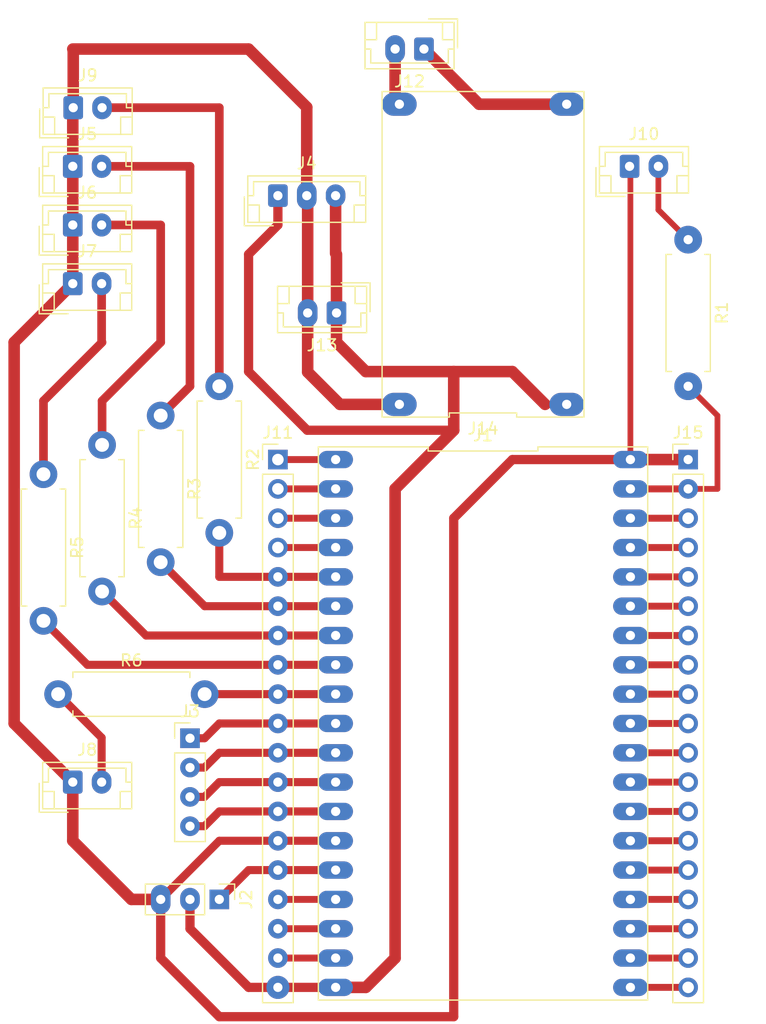
<source format=kicad_pcb>
(kicad_pcb (version 20211014) (generator pcbnew)
  (layers (0 "F.Cu" signal) (31 "B.Cu" signal) (34 "B.Paste" user) (35 "F.Paste" user) (36 "B.SilkS" user "B.Silkscreen") (37 "F.SilkS" user "F.Silkscreen") (38 "B.Mask" user) (39 "F.Mask" user) (44 "Edge.Cuts" user))
  (net 0 "")
  (net 1 "Net-(J1-Pad1)")
  (net 2 "Net-(J1-Pad2)")
  (net 3 "Net-(J1-Pad3)")
  (net 4 "Net-(J1-Pad4)")
  (net 5 "Net-(J1-Pad5)")
  (net 6 "Net-(J1-Pad6)")
  (net 7 "Net-(J1-Pad7)")
  (net 8 "Net-(J1-Pad8)")
  (net 9 "Net-(J1-Pad9)")
  (net 10 "Net-(J1-Pad10)")
  (net 11 "Net-(J1-Pad11)")
  (net 12 "Net-(J1-Pad12)")
  (net 13 "Net-(J1-Pad13)")
  (net 14 "Net-(J1-Pad14)")
  (net 15 "Net-(J1-Pad15)")
  (net 16 "Net-(J1-Pad16)")
  (net 17 "Net-(J1-Pad17)")
  (net 18 "Net-(J1-Pad18)")
  (net 19 "Net-(J1-Pad19)")
  (net 20 "Net-(J1-Pad20)")
  (net 21 "Net-(J1-Pad21)")
  (net 22 "Net-(J1-Pad22)")
  (net 23 "Net-(J1-Pad23)")
  (net 24 "Net-(J1-Pad24)")
  (net 25 "Net-(J1-Pad25)")
  (net 26 "Net-(J1-Pad26)")
  (net 27 "Net-(J1-Pad27)")
  (net 28 "Net-(J1-Pad28)")
  (net 29 "Net-(J1-Pad29)")
  (net 30 "Net-(J1-Pad30)")
  (net 31 "Net-(J1-Pad31)")
  (net 32 "Net-(J1-Pad32)")
  (net 33 "Net-(J1-Pad33)")
  (net 34 "Net-(J1-Pad34)")
  (net 35 "Net-(J1-Pad35)")
  (net 36 "Net-(J1-Pad36)")
  (net 37 "Net-(J1-Pad37)")
  (net 38 "Net-(J5-Pad2)")
  (net 39 "Net-(J6-Pad2)")
  (net 40 "Net-(J7-Pad2)")
  (net 41 "Net-(J8-Pad2)")
  (net 42 "Net-(J9-Pad2)")
  (net 43 "Net-(J10-Pad2)")
  (net 44 "Net-(J14-Pad2)")
  (net 45 "Net-(J14-Pad3)")
  (footprint "Connector_JST:JST_EH_B2B-EH-A_1x02_P2.50mm_Vertical" (layer "F.Cu") (at 114.3 91.44)
    (fp_text reference "J8" (at 1.25 -2.8) (layer "F.SilkS"))
    (fp_text value "Conn_01x02_Male")
    (fp_line (start -2.91 0.11) (end -2.91 2.61) (layer "F.SilkS") (width 0.12))
    (fp_line (start -2.11 0) (end -2.11 -1.21) (layer "F.SilkS") (width 0.12))
    (fp_line (start 5.11 -1.71) (end -2.61 -1.71) (layer "F.SilkS") (width 0.12))
    (fp_line (start 4.61 0) (end 5.11 0) (layer "F.SilkS") (width 0.12))
    (fp_line (start 5.11 2.31) (end 5.11 -1.71) (layer "F.SilkS") (width 0.12))
    (fp_line (start -2.61 2.31) (end 5.11 2.31) (layer "F.SilkS") (width 0.12))
    (fp_line (start 4.61 -1.21) (end 4.61 0) (layer "F.SilkS") (width 0.12))
    (fp_line (start -2.91 2.61) (end -0.41 2.61) (layer "F.SilkS") (width 0.12))
    (fp_line (start 5.11 0.81) (end 4.11 0.81) (layer "F.SilkS") (width 0.12))
    (fp_line (start -2.61 0) (end -2.11 0) (layer "F.SilkS") (width 0.12))
    (fp_line (start -2.61 0.81) (end -1.61 0.81) (layer "F.SilkS") (width 0.12))
    (fp_line (start 4.11 0.81) (end 4.11 2.31) (layer "F.SilkS") (width 0.12))
    (fp_line (start -1.61 0.81) (end -1.61 2.31) (layer "F.SilkS") (width 0.12))
    (fp_line (start -2.61 -1.71) (end -2.61 2.31) (layer "F.SilkS") (width 0.12))
    (fp_line (start -2.11 -1.21) (end 4.61 -1.21) (layer "F.SilkS") (width 0.12))
    (pad "1" thru_hole roundrect (at 0 0) (size 1.7 2) (drill 0.8) (layers *.Cu *.Mask) (roundrect_rratio 0.1470588235) (net 14 "Net-(J1-Pad14)"))
    (pad "2" thru_hole oval (at 2.5 0) (size 1.7 2) (drill 0.8) (layers *.Cu *.Mask) (net 41 "Net-(J8-Pad2)"))
  )
  (footprint "Connector_JST:JST_EH_B2B-EH-A_1x02_P2.50mm_Vertical" (layer "F.Cu") (at 144.74 27.94 180)
    (fp_text reference "J12" (at 1.25 -2.8) (layer "F.SilkS"))
    (fp_text value "Napájení")
    (fp_line (start -2.61 -1.71) (end -2.61 2.31) (layer "F.SilkS") (width 0.12))
    (fp_line (start 4.61 0) (end 5.11 0) (layer "F.SilkS") (width 0.12))
    (fp_line (start -2.61 0) (end -2.11 0) (layer "F.SilkS") (width 0.12))
    (fp_line (start -1.61 0.81) (end -1.61 2.31) (layer "F.SilkS") (width 0.12))
    (fp_line (start 5.11 2.31) (end 5.11 -1.71) (layer "F.SilkS") (width 0.12))
    (fp_line (start 5.11 0.81) (end 4.11 0.81) (layer "F.SilkS") (width 0.12))
    (fp_line (start -2.91 2.61) (end -0.41 2.61) (layer "F.SilkS") (width 0.12))
    (fp_line (start 5.11 -1.71) (end -2.61 -1.71) (layer "F.SilkS") (width 0.12))
    (fp_line (start 4.11 0.81) (end 4.11 2.31) (layer "F.SilkS") (width 0.12))
    (fp_line (start -2.91 0.11) (end -2.91 2.61) (layer "F.SilkS") (width 0.12))
    (fp_line (start -2.61 0.81) (end -1.61 0.81) (layer "F.SilkS") (width 0.12))
    (fp_line (start 4.61 -1.21) (end 4.61 0) (layer "F.SilkS") (width 0.12))
    (fp_line (start -2.11 0) (end -2.11 -1.21) (layer "F.SilkS") (width 0.12))
    (fp_line (start -2.11 -1.21) (end 4.61 -1.21) (layer "F.SilkS") (width 0.12))
    (fp_line (start -2.61 2.31) (end 5.11 2.31) (layer "F.SilkS") (width 0.12))
    (pad "1" thru_hole roundrect (at 0 0 180) (size 1.7 2) (drill 0.8) (layers *.Cu *.Mask) (roundrect_rratio 0.1470588235) (net 44 "Net-(J14-Pad2)"))
    (pad "2" thru_hole oval (at 2.5 0 180) (size 1.7 2.4) (drill 0.8) (layers *.Cu *.Mask) (net 45 "Net-(J14-Pad3)"))
  )
  (footprint "Resistor_THT:R_Axial_DIN0411_L9.9mm_D3.6mm_P12.70mm_Horizontal" (layer "F.Cu") (at 167.64 44.45 -90)
    (fp_text reference "R1" (at 6.35 -2.92 90) (layer "F.SilkS"))
    (fp_text value "R")
    (fp_line (start 11.42 -1.92) (end 11.42 -1.44) (layer "F.SilkS") (width 0.12))
    (fp_line (start 1.28 -1.92) (end 11.42 -1.92) (layer "F.SilkS") (width 0.12))
    (fp_line (start 1.28 1.92) (end 11.42 1.92) (layer "F.SilkS") (width 0.12))
    (fp_line (start 1.28 -1.44) (end 1.28 -1.92) (layer "F.SilkS") (width 0.12))
    (fp_line (start 11.42 1.92) (end 11.42 1.44) (layer "F.SilkS") (width 0.12))
    (fp_line (start 1.28 1.44) (end 1.28 1.92) (layer "F.SilkS") (width 0.12))
    (pad "1" thru_hole circle (at 0 0 270) (size 2.4 2.4) (drill 0.8) (layers *.Cu *.Mask) (net 43 "Net-(J10-Pad2)"))
    (pad "2" thru_hole oval (at 12.7 0 270) (size 2.4 2.4) (drill 0.8) (layers *.Cu *.Mask) (net 37 "Net-(J1-Pad37)"))
  )
  (footprint "Connector_JST:JST_EH_B2B-EH-A_1x02_P2.50mm_Vertical" (layer "F.Cu") (at 114.3 38.1)
    (fp_text reference "J5" (at 1.25 -2.8) (layer "F.SilkS"))
    (fp_text value "Conn_01x02_Male")
    (fp_line (start 5.11 -1.71) (end -2.61 -1.71) (layer "F.SilkS") (width 0.12))
    (fp_line (start 5.11 2.31) (end 5.11 -1.71) (layer "F.SilkS") (width 0.12))
    (fp_line (start 4.61 -1.21) (end 4.61 0) (layer "F.SilkS") (width 0.12))
    (fp_line (start 5.11 0.81) (end 4.11 0.81) (layer "F.SilkS") (width 0.12))
    (fp_line (start -2.91 2.61) (end -0.41 2.61) (layer "F.SilkS") (width 0.12))
    (fp_line (start -2.61 0) (end -2.11 0) (layer "F.SilkS") (width 0.12))
    (fp_line (start 4.61 0) (end 5.11 0) (layer "F.SilkS") (width 0.12))
    (fp_line (start -1.61 0.81) (end -1.61 2.31) (layer "F.SilkS") (width 0.12))
    (fp_line (start -2.61 -1.71) (end -2.61 2.31) (layer "F.SilkS") (width 0.12))
    (fp_line (start -2.61 0.81) (end -1.61 0.81) (layer "F.SilkS") (width 0.12))
    (fp_line (start -2.91 0.11) (end -2.91 2.61) (layer "F.SilkS") (width 0.12))
    (fp_line (start -2.11 -1.21) (end 4.61 -1.21) (layer "F.SilkS") (width 0.12))
    (fp_line (start 4.11 0.81) (end 4.11 2.31) (layer "F.SilkS") (width 0.12))
    (fp_line (start -2.11 0) (end -2.11 -1.21) (layer "F.SilkS") (width 0.12))
    (fp_line (start -2.61 2.31) (end 5.11 2.31) (layer "F.SilkS") (width 0.12))
    (pad "1" thru_hole roundrect (at 0 0) (size 1.7 2) (drill 0.8) (layers *.Cu *.Mask) (roundrect_rratio 0.1470588235) (net 14 "Net-(J1-Pad14)"))
    (pad "2" thru_hole oval (at 2.5 0) (size 1.7 2) (drill 0.8) (layers *.Cu *.Mask) (net 38 "Net-(J5-Pad2)"))
  )
  (footprint "LibraryPOskolak:ESP32" (layer "F.Cu") (at 149.86 86.36 -90)
    (fp_text reference "J1" (at -24.96 0) (layer "F.SilkS"))
    (fp_text value "Conn_02x19_Counter_Clockwise_Shielded")
    (fp_line (start -23.6 4.758333) (end -23.96 4.758333) (layer "F.SilkS") (width 0.12))
    (fp_line (start -23.96 -4.758333) (end -23.6 -4.758333) (layer "F.SilkS") (width 0.12))
    (fp_line (start -23.96 14.274999) (end 23.96 14.275) (layer "F.SilkS") (width 0.12))
    (fp_line (start -23.6 -4.758333) (end -23.6 4.758333) (layer "F.SilkS") (width 0.12))
    (fp_line (start -23.96 4.758333) (end -23.96 14.274999) (layer "F.SilkS") (width 0.12))
    (fp_line (start 23.96 -14.274999) (end -23.96 -14.275) (layer "F.SilkS") (width 0.12))
    (fp_line (start -23.96 -14.275) (end -23.96 -4.758333) (layer "F.SilkS") (width 0.12))
    (fp_line (start 23.96 14.275) (end 23.96 -14.274999) (layer "F.SilkS") (width 0.12))
    (pad "1" thru_hole oval (at -22.86 12.775 270) (size 1.5 3) (drill 0.8) (layers *.Cu *.Mask) (net 1 "Net-(J1-Pad1)"))
    (pad "2" thru_hole oval (at -20.32 12.775 270) (size 1.5 3) (drill 0.8) (layers *.Cu *.Mask) (net 2 "Net-(J1-Pad2)"))
    (pad "3" thru_hole oval (at -17.78 12.775 270) (size 1.5 3) (drill 0.8) (layers *.Cu *.Mask) (net 3 "Net-(J1-Pad3)"))
    (pad "4" thru_hole oval (at -15.24 12.775 270) (size 1.5 3) (drill 0.8) (layers *.Cu *.Mask) (net 4 "Net-(J1-Pad4)"))
    (pad "5" thru_hole oval (at -12.7 12.775 270) (size 1.5 3) (drill 0.8) (layers *.Cu *.Mask) (net 5 "Net-(J1-Pad5)"))
    (pad "6" thru_hole oval (at -10.16 12.775 270) (size 1.5 3) (drill 0.8) (layers *.Cu *.Mask) (net 6 "Net-(J1-Pad6)"))
    (pad "7" thru_hole oval (at -7.62 12.775 270) (size 1.5 3) (drill 0.8) (layers *.Cu *.Mask) (net 7 "Net-(J1-Pad7)"))
    (pad "8" thru_hole oval (at -5.08 12.775 270) (size 1.5 3) (drill 0.8) (layers *.Cu *.Mask) (net 8 "Net-(J1-Pad8)"))
    (pad "9" thru_hole oval (at -2.54 12.775 270) (size 1.5 3) (drill 0.8) (layers *.Cu *.Mask) (net 9 "Net-(J1-Pad9)"))
    (pad "10" thru_hole oval (at 0 12.775 270) (size 1.5 3) (drill 0.8) (layers *.Cu *.Mask) (net 10 "Net-(J1-Pad10)"))
    (pad "11" thru_hole oval (at 2.54 12.775 270) (size 1.5 3) (drill 0.8) (layers *.Cu *.Mask) (net 11 "Net-(J1-Pad11)"))
    (pad "12" thru_hole oval (at 5.08 12.775 270) (size 1.5 3) (drill 0.8) (layers *.Cu *.Mask) (net 12 "Net-(J1-Pad12)"))
    (pad "13" thru_hole oval (at 7.62 12.775 270) (size 1.5 3) (drill 0.8) (layers *.Cu *.Mask) (net 13 "Net-(J1-Pad13)"))
    (pad "14" thru_hole oval (at 10.16 12.775 270) (size 1.5 3) (drill 0.8) (layers *.Cu *.Mask) (net 14 "Net-(J1-Pad14)"))
    (pad "15" thru_hole oval (at 12.7 12.775 270) (size 1.5 3) (drill 0.8) (layers *.Cu *.Mask) (net 15 "Net-(J1-Pad15)"))
    (pad "16" thru_hole oval (at 15.24 12.775 270) (size 1.5 3) (drill 0.8) (layers *.Cu *.Mask) (net 16 "Net-(J1-Pad16)"))
    (pad "17" thru_hole oval (at 17.78 12.775 270) (size 1.5 3) (drill 0.8) (layers *.Cu *.Mask) (net 17 "Net-(J1-Pad17)"))
    (pad "18" thru_hole oval (at 20.32 12.775 270) (size 1.5 3) (drill 0.8) (layers *.Cu *.Mask) (net 18 "Net-(J1-Pad18)"))
    (pad "19" thru_hole oval (at 22.86 12.775 270) (size 1.5 3) (drill 0.8) (layers *.Cu *.Mask) (net 19 "Net-(J1-Pad19)"))
    (pad "20" thru_hole oval (at 22.86 -12.775 270) (size 1.5 3) (drill 0.8) (layers *.Cu *.Mask) (net 20 "Net-(J1-Pad20)"))
    (pad "21" thru_hole oval (at 20.32 -12.775 270) (size 1.5 3) (drill 0.8) (layers *.Cu *.Mask) (net 21 "Net-(J1-Pad21)"))
    (pad "22" thru_hole oval (at 17.78 -12.775 270) (size 1.5 3) (drill 0.8) (layers *.Cu *.Mask) (net 22 "Net-(J1-Pad22)"))
    (pad "23" thru_hole oval (at 15.24 -12.775 270) (size 1.5 3) (drill 0.8) (layers *.Cu *.Mask) (net 23 "Net-(J1-Pad23)"))
    (pad "24" thru_hole oval (at 12.7 -12.775 270) (size 1.5 3) (drill 0.8) (layers *.Cu *.Mask) (net 24 "Net-(J1-Pad24)"))
    (pad "25" thru_hole oval (at 10.16 -12.775 270) (size 1.5 3) (drill 0.8) (layers *.Cu *.Mask) (net 25 "Net-(J1-Pad25)"))
    (pad "26" thru_hole oval (at 7.62 -12.775 270) (size 1.5 3) (drill 0.8) (layers *.Cu *.Mask) (net 26 "Net-(J1-Pad26)"))
    (pad "27" thru_hole oval (at 5.08 -12.775 270) (size 1.5 3) (drill 0.8) (layers *.Cu *.Mask) (net 27 "Net-(J1-Pad27)"))
    (pad "28" thru_hole oval (at 2.54 -12.775 270) (size 1.5 3) (drill 0.8) (layers *.Cu *.Mask) (net 28 "Net-(J1-Pad28)"))
    (pad "29" thru_hole oval (at 0 -12.775 270) (size 1.5 3) (drill 0.8) (layers *.Cu *.Mask) (net 29 "Net-(J1-Pad29)"))
    (pad "30" thru_hole oval (at -2.54 -12.775 270) (size 1.5 3) (drill 0.8) (layers *.Cu *.Mask) (net 30 "Net-(J1-Pad30)"))
    (pad "31" thru_hole oval (at -5.08 -12.775 270) (size 1.5 3) (drill 0.8) (layers *.Cu *.Mask) (net 31 "Net-(J1-Pad31)"))
    (pad "32" thru_hole oval (at -7.62 -12.775 270) (size 1.5 3) (drill 0.8) (layers *.Cu *.Mask) (net 32 "Net-(J1-Pad32)"))
    (pad "33" thru_hole oval (at -10.16 -12.775 270) (size 1.5 3) (drill 0.8) (layers *.Cu *.Mask) (net 33 "Net-(J1-Pad33)"))
    (pad "34" thru_hole oval (at -12.7 -12.775 270) (size 1.5 3) (drill 0.8) (layers *.Cu *.Mask) (net 34 "Net-(J1-Pad34)"))
    (pad "35" thru_hole oval (at -15.24 -12.775 270) (size 1.5 3) (drill 0.8) (layers *.Cu *.Mask) (net 35 "Net-(J1-Pad35)"))
    (pad "36" thru_hole oval (at -17.78 -12.775 270) (size 1.5 3) (drill 0.8) (layers *.Cu *.Mask) (net 36 "Net-(J1-Pad36)"))
    (pad "37" thru_hole oval (at -20.32 -12.775 270) (size 1.5 3) (drill 0.8) (layers *.Cu *.Mask) (net 37 "Net-(J1-Pad37)"))
    (pad "38" thru_hole oval (at -22.86 -12.775 270) (size 1.5 3) (drill 0.8) (layers *.Cu *.Mask) (net 14 "Net-(J1-Pad14)"))
  )
  (footprint "Resistor_THT:R_Axial_DIN0411_L9.9mm_D3.6mm_P12.70mm_Horizontal" (layer "F.Cu") (at 113.03 83.82)
    (fp_text reference "R6" (at 6.35 -2.92) (layer "F.SilkS"))
    (fp_text value "R")
    (fp_line (start 1.28 -1.92) (end 11.42 -1.92) (layer "F.SilkS") (width 0.12))
    (fp_line (start 11.42 1.92) (end 11.42 1.44) (layer "F.SilkS") (width 0.12))
    (fp_line (start 1.28 1.44) (end 1.28 1.92) (layer "F.SilkS") (width 0.12))
    (fp_line (start 11.42 -1.92) (end 11.42 -1.44) (layer "F.SilkS") (width 0.12))
    (fp_line (start 1.28 -1.44) (end 1.28 -1.92) (layer "F.SilkS") (width 0.12))
    (fp_line (start 1.28 1.92) (end 11.42 1.92) (layer "F.SilkS") (width 0.12))
    (pad "1" thru_hole circle (at 0 0) (size 2.4 2.4) (drill 1.2) (layers *.Cu *.Mask) (net 41 "Net-(J8-Pad2)"))
    (pad "2" thru_hole oval (at 12.7 0) (size 2.4 2.4) (drill 1.2) (layers *.Cu *.Mask) (net 9 "Net-(J1-Pad9)"))
  )
  (footprint "Connector_PinHeader_2.54mm:PinHeader_1x19_P2.54mm_Vertical" (layer "F.Cu") (at 167.64 63.5)
    (fp_text reference "J15" (at 0 -2.33) (layer "F.SilkS"))
    (fp_text value "Conn_01x19_Male")
    (fp_line (start -1.33 1.27) (end 1.33 1.27) (layer "F.SilkS") (width 0.12))
    (fp_line (start -1.33 -1.33) (end 0 -1.33) (layer "F.SilkS") (width 0.12))
    (fp_line (start -1.33 0) (end -1.33 -1.33) (layer "F.SilkS") (width 0.12))
    (fp_line (start -1.33 1.27) (end -1.33 47.05) (layer "F.SilkS") (width 0.12))
    (fp_line (start -1.33 47.05) (end 1.33 47.05) (layer "F.SilkS") (width 0.12))
    (fp_line (start 1.33 1.27) (end 1.33 47.05) (layer "F.SilkS") (width 0.12))
    (pad "1" thru_hole rect (at 0 0) (size 1.7 1.7) (drill 0.8) (layers *.Cu *.Mask) (net 14 "Net-(J1-Pad14)"))
    (pad "2" thru_hole oval (at 0 2.54) (size 1.7 1.7) (drill 0.8) (layers *.Cu *.Mask) (net 37 "Net-(J1-Pad37)"))
    (pad "3" thru_hole oval (at 0 5.08) (size 1.7 1.7) (drill 1) (layers *.Cu *.Mask) (net 36 "Net-(J1-Pad36)"))
    (pad "4" thru_hole oval (at 0 7.62) (size 1.7 1.7) (drill 1) (layers *.Cu *.Mask) (net 35 "Net-(J1-Pad35)"))
    (pad "5" thru_hole oval (at 0 10.16) (size 1.7 1.7) (drill 1) (layers *.Cu *.Mask) (net 34 "Net-(J1-Pad34)"))
    (pad "6" thru_hole oval (at 0 12.7) (size 1.7 1.7) (drill 1) (layers *.Cu *.Mask) (net 33 "Net-(J1-Pad33)"))
    (pad "7" thru_hole oval (at 0 15.24) (size 1.7 1.7) (drill 1) (layers *.Cu *.Mask) (net 32 "Net-(J1-Pad32)"))
    (pad "8" thru_hole oval (at 0 17.78) (size 1.7 1.7) (drill 1) (layers *.Cu *.Mask) (net 31 "Net-(J1-Pad31)"))
    (pad "9" thru_hole oval (at 0 20.32) (size 1.7 1.7) (drill 1) (layers *.Cu *.Mask) (net 30 "Net-(J1-Pad30)"))
    (pad "10" thru_hole oval (at 0 22.86) (size 1.7 1.7) (drill 1) (layers *.Cu *.Mask) (net 29 "Net-(J1-Pad29)"))
    (pad "11" thru_hole oval (at 0 25.4) (size 1.7 1.7) (drill 1) (layers *.Cu *.Mask) (net 28 "Net-(J1-Pad28)"))
    (pad "12" thru_hole oval (at 0 27.94) (size 1.7 1.7) (drill 1) (layers *.Cu *.Mask) (net 27 "Net-(J1-Pad27)"))
    (pad "13" thru_hole oval (at 0 30.48) (size 1.7 1.7) (drill 1) (layers *.Cu *.Mask) (net 26 "Net-(J1-Pad26)"))
    (pad "14" thru_hole oval (at 0 33.02) (size 1.7 1.7) (drill 1) (layers *.Cu *.Mask) (net 25 "Net-(J1-Pad25)"))
    (pad "15" thru_hole oval (at 0 35.56) (size 1.7 1.7) (drill 1) (layers *.Cu *.Mask) (net 24 "Net-(J1-Pad24)"))
    (pad "16" thru_hole oval (at 0 38.1) (size 1.7 1.7) (drill 1) (layers *.Cu *.Mask) (net 23 "Net-(J1-Pad23)"))
    (pad "17" thru_hole oval (at 0 40.64) (size 1.7 1.7) (drill 1) (layers *.Cu *.Mask) (net 22 "Net-(J1-Pad22)"))
    (pad "18" thru_hole oval (at 0 43.18) (size 1.7 1.7) (drill 1) (layers *.Cu *.Mask) (net 21 "Net-(J1-Pad21)"))
    (pad "19" thru_hole oval (at 0 45.72) (size 1.7 1.7) (drill 1) (layers *.Cu *.Mask) (net 20 "Net-(J1-Pad20)"))
  )
  (footprint "Connector_PinHeader_2.54mm:PinHeader_1x03_P2.54mm_Vertical" (layer "F.Cu") (at 127 101.6 -90)
    (fp_text reference "J2" (at 0 -2.33 90) (layer "F.SilkS"))
    (fp_text value "Servo predni kola")
    (fp_line (start -1.33 6.41) (end 1.33 6.41) (layer "F.SilkS") (width 0.12))
    (fp_line (start -1.33 1.27) (end -1.33 6.41) (layer "F.SilkS") (width 0.12))
    (fp_line (start 1.33 1.27) (end 1.33 6.41) (layer "F.SilkS") (width 0.12))
    (fp_line (start -1.33 -1.33) (end 0 -1.33) (layer "F.SilkS") (width 0.12))
    (fp_line (start -1.33 1.27) (end 1.33 1.27) (layer "F.SilkS") (width 0.12))
    (fp_line (start -1.33 0) (end -1.33 -1.33) (layer "F.SilkS") (width 0.12))
    (pad "1" thru_hole rect (at 0 0 270) (size 1.7 1.7) (drill 0.8) (layers *.Cu *.Mask) (net 15 "Net-(J1-Pad15)"))
    (pad "2" thru_hole oval (at 0 2.54 270) (size 2 1.7) (drill 0.8) (layers *.Cu *.Mask) (net 19 "Net-(J1-Pad19)"))
    (pad "3" thru_hole oval (at 0 5.08 270) (size 2.5 1.7) (drill oval 0.8) (layers *.Cu *.Mask) (net 14 "Net-(J1-Pad14)"))
  )
  (footprint "Connector_JST:JST_EH_B2B-EH-A_1x02_P2.50mm_Vertical" (layer "F.Cu") (at 162.56 38.1)
    (fp_text reference "J10" (at 1.25 -2.8) (layer "F.SilkS"))
    (fp_text value "Conn_01x02_Male")
    (fp_line (start -2.91 0.11) (end -2.91 2.61) (layer "F.SilkS") (width 0.12))
    (fp_line (start 5.11 2.31) (end 5.11 -1.71) (layer "F.SilkS") (width 0.12))
    (fp_line (start 5.11 0.81) (end 4.11 0.81) (layer "F.SilkS") (width 0.12))
    (fp_line (start -2.61 0) (end -2.11 0) (layer "F.SilkS") (width 0.12))
    (fp_line (start 4.61 0) (end 5.11 0) (layer "F.SilkS") (width 0.12))
    (fp_line (start -2.91 2.61) (end -0.41 2.61) (layer "F.SilkS") (width 0.12))
    (fp_line (start 4.11 0.81) (end 4.11 2.31) (layer "F.SilkS") (width 0.12))
    (fp_line (start -2.11 0) (end -2.11 -1.21) (layer "F.SilkS") (width 0.12))
    (fp_line (start 4.61 -1.21) (end 4.61 0) (layer "F.SilkS") (width 0.12))
    (fp_line (start -2.61 2.31) (end 5.11 2.31) (layer "F.SilkS") (width 0.12))
    (fp_line (start -2.61 -1.71) (end -2.61 2.31) (layer "F.SilkS") (width 0.12))
    (fp_line (start -2.61 0.81) (end -1.61 0.81) (layer "F.SilkS") (width 0.12))
    (fp_line (start -2.11 -1.21) (end 4.61 -1.21) (layer "F.SilkS") (width 0.12))
    (fp_line (start -1.61 0.81) (end -1.61 2.31) (layer "F.SilkS") (width 0.12))
    (fp_line (start 5.11 -1.71) (end -2.61 -1.71) (layer "F.SilkS") (width 0.12))
    (pad "1" thru_hole roundrect (at 0 0) (size 1.7 2) (drill 0.8) (layers *.Cu *.Mask) (roundrect_rratio 0.1470588235) (net 14 "Net-(J1-Pad14)"))
    (pad "2" thru_hole oval (at 2.5 0) (size 1.7 2) (drill 0.8) (layers *.Cu *.Mask) (net 43 "Net-(J10-Pad2)"))
  )
  (footprint "Resistor_THT:R_Axial_DIN0411_L9.9mm_D3.6mm_P12.70mm_Horizontal" (layer "F.Cu") (at 127 57.15 -90)
    (fp_text reference "R2" (at 6.35 -2.92 90) (layer "F.SilkS"))
    (fp_text value "R")
    (fp_line (start 1.28 -1.44) (end 1.28 -1.92) (layer "F.SilkS") (width 0.12))
    (fp_line (start 1.28 1.92) (end 11.42 1.92) (layer "F.SilkS") (width 0.12))
    (fp_line (start 1.28 -1.92) (end 11.42 -1.92) (layer "F.SilkS") (width 0.12))
    (fp_line (start 1.28 1.44) (end 1.28 1.92) (layer "F.SilkS") (width 0.12))
    (fp_line (start 11.42 -1.92) (end 11.42 -1.44) (layer "F.SilkS") (width 0.12))
    (fp_line (start 11.42 1.92) (end 11.42 1.44) (layer "F.SilkS") (width 0.12))
    (pad "1" thru_hole circle (at 0 0 270) (size 2.4 2.4) (drill 1.2) (layers *.Cu *.Mask) (net 42 "Net-(J9-Pad2)"))
    (pad "2" thru_hole oval (at 12.7 0 270) (size 2.4 2.4) (drill 1.2) (layers *.Cu *.Mask) (net 5 "Net-(J1-Pad5)"))
  )
  (footprint "Connector_JST:JST_EH_B3B-EH-A_1x03_P2.50mm_Vertical" (layer "F.Cu") (at 132.08 40.64)
    (fp_text reference "J4" (at 2.5 -2.8) (layer "F.SilkS"))
    (fp_text value "Conn_01x03_Male")
    (fp_line (start -2.91 2.61) (end -0.41 2.61) (layer "F.SilkS") (width 0.12))
    (fp_line (start 7.61 2.31) (end 7.61 -1.71) (layer "F.SilkS") (width 0.12))
    (fp_line (start 6.61 0.81) (end 6.61 2.31) (layer "F.SilkS") (width 0.12))
    (fp_line (start 7.11 -1.21) (end 7.11 0) (layer "F.SilkS") (width 0.12))
    (fp_line (start -2.61 2.31) (end 7.61 2.31) (layer "F.SilkS") (width 0.12))
    (fp_line (start -2.61 -1.71) (end -2.61 2.31) (layer "F.SilkS") (width 0.12))
    (fp_line (start 7.61 0.81) (end 6.61 0.81) (layer "F.SilkS") (width 0.12))
    (fp_line (start -2.61 0) (end -2.11 0) (layer "F.SilkS") (width 0.12))
    (fp_line (start 7.61 -1.71) (end -2.61 -1.71) (layer "F.SilkS") (width 0.12))
    (fp_line (start -2.61 0.81) (end -1.61 0.81) (layer "F.SilkS") (width 0.12))
    (fp_line (start -2.11 -1.21) (end 7.11 -1.21) (layer "F.SilkS") (width 0.12))
    (fp_line (start -2.91 0.11) (end -2.91 2.61) (layer "F.SilkS") (width 0.12))
    (fp_line (start -2.11 0) (end -2.11 -1.21) (layer "F.SilkS") (width 0.12))
    (fp_line (start 7.11 0) (end 7.61 0) (layer "F.SilkS") (width 0.12))
    (fp_line (start -1.61 0.81) (end -1.61 2.31) (layer "F.SilkS") (width 0.12))
    (pad "1" thru_hole roundrect (at 0 0) (size 1.7 1.95) (drill 0.8) (layers *.Cu *.Mask) (roundrect_rratio 0.1470588235) (net 19 "Net-(J1-Pad19)"))
    (pad "2" thru_hole oval (at 2.5 0) (size 1.7 2.4) (drill 0.8) (layers *.Cu *.Mask) (net 14 "Net-(J1-Pad14)"))
    (pad "3" thru_hole oval (at 5 0) (size 1.7 1.95) (drill 0.8) (layers *.Cu *.Mask) (net 19 "Net-(J1-Pad19)"))
  )
  (footprint "Resistor_THT:R_Axial_DIN0411_L9.9mm_D3.6mm_P12.70mm_Horizontal" (layer "F.Cu") (at 116.84 62.23 -90)
    (fp_text reference "R4" (at 6.35 -2.92 90) (layer "F.SilkS"))
    (fp_text value "R")
    (fp_line (start 11.42 1.92) (end 11.42 1.44) (layer "F.SilkS") (width 0.12))
    (fp_line (start 1.28 -1.92) (end 11.42 -1.92) (layer "F.SilkS") (width 0.12))
    (fp_line (start 1.28 -1.44) (end 1.28 -1.92) (layer "F.SilkS") (width 0.12))
    (fp_line (start 11.42 -1.92) (end 11.42 -1.44) (layer "F.SilkS") (width 0.12))
    (fp_line (start 1.28 1.92) (end 11.42 1.92) (layer "F.SilkS") (width 0.12))
    (fp_line (start 1.28 1.44) (end 1.28 1.92) (layer "F.SilkS") (width 0.12))
    (pad "1" thru_hole circle (at 0 0 270) (size 2.4 2.4) (drill 1.2) (layers *.Cu *.Mask) (net 39 "Net-(J6-Pad2)"))
    (pad "2" thru_hole oval (at 12.7 0 270) (size 2.4 2.4) (drill 1.2) (layers *.Cu *.Mask) (net 7 "Net-(J1-Pad7)"))
  )
  (footprint "Connector_PinHeader_2.54mm:PinHeader_1x19_P2.54mm_Vertical" (layer "F.Cu") (at 132.08 63.5)
    (fp_text reference "J11" (at 0 -2.33) (layer "F.SilkS"))
    (fp_text value "Conn_01x19_Male")
    (fp_line (start -1.33 -1.33) (end 0 -1.33) (layer "F.SilkS") (width 0.12))
    (fp_line (start -1.33 0) (end -1.33 -1.33) (layer "F.SilkS") (width 0.12))
    (fp_line (start -1.33 1.27) (end -1.33 47.05) (layer "F.SilkS") (width 0.12))
    (fp_line (start -1.33 47.05) (end 1.33 47.05) (layer "F.SilkS") (width 0.12))
    (fp_line (start 1.33 1.27) (end 1.33 47.05) (layer "F.SilkS") (width 0.12))
    (fp_line (start -1.33 1.27) (end 1.33 1.27) (layer "F.SilkS") (width 0.12))
    (pad "1" thru_hole rect (at 0 0) (size 1.7 1.7) (drill 1) (layers *.Cu *.Mask) (net 1 "Net-(J1-Pad1)"))
    (pad "2" thru_hole oval (at 0 2.54) (size 1.7 1.7) (drill 1) (layers *.Cu *.Mask) (net 2 "Net-(J1-Pad2)"))
    (pad "3" thru_hole oval (at 0 5.08) (size 1.7 1.7) (drill 1) (layers *.Cu *.Mask) (net 3 "Net-(J1-Pad3)"))
    (pad "4" thru_hole oval (at 0 7.62) (size 1.7 1.7) (drill 1) (layers *.Cu *.Mask) (net 4 "Net-(J1-Pad4)"))
    (pad "5" thru_hole oval (at 0 10.16) (size 1.7 1.7) (drill 0.8) (layers *.Cu *.Mask) (net 5 "Net-(J1-Pad5)"))
    (pad "6" thru_hole oval (at 0 12.7) (size 1.7 1.7) (drill 0.8) (layers *.Cu *.Mask) (net 6 "Net-(J1-Pad6)"))
    (pad "7" thru_hole oval (at 0 15.24) (size 1.7 1.7) (drill 0.8) (layers *.Cu *.Mask) (net 7 "Net-(J1-Pad7)"))
    (pad "8" thru_hole oval (at 0 17.78) (size 1.7 1.7) (drill 0.8) (layers *.Cu *.Mask) (net 8 "Net-(J1-Pad8)"))
    (pad "9" thru_hole oval (at 0 20.32) (size 1.7 1.7) (drill 0.8) (layers *.Cu *.Mask) (net 9 "Net-(J1-Pad9)"))
    (pad "10" thru_hole oval (at 0 22.86) (size 1.7 1.7) (drill 0.8) (layers *.Cu *.Mask) (net 10 "Net-(J1-Pad10)"))
    (pad "11" thru_hole oval (at 0 25.4) (size 1.7 1.7) (drill 0.8) (layers *.Cu *.Mask) (net 11 "Net-(J1-Pad11)"))
    (pad "12" thru_hole oval (at 0 27.94) (size 1.7 1.7) (drill 0.8) (layers *.Cu *.Mask) (net 12 "Net-(J1-Pad12)"))
    (pad "13" thru_hole oval (at 0 30.48) (size 1.7 1.7) (drill 0.8) (layers *.Cu *.Mask) (net 13 "Net-(J1-Pad13)"))
    (pad "14" thru_hole oval (at 0 33.02) (size 1.7 1.7) (drill 0.8) (layers *.Cu *.Mask) (net 14 "Net-(J1-Pad14)"))
    (pad "15" thru_hole oval (at 0 35.56) (size 1.7 1.7) (drill 0.8) (layers *.Cu *.Mask) (net 15 "Net-(J1-Pad15)"))
    (pad "16" thru_hole oval (at 0 38.1) (size 1.7 1.7) (drill 0.8) (layers *.Cu *.Mask) (net 16 "Net-(J1-Pad16)"))
    (pad "17" thru_hole oval (at 0 40.64) (size 1.7 1.7) (drill 0.8) (layers *.Cu *.Mask) (net 17 "Net-(J1-Pad17)"))
    (pad "18" thru_hole oval (at 0 43.18) (size 1.7 1.7) (drill 0.8) (layers *.Cu *.Mask) (net 18 "Net-(J1-Pad18)"))
    (pad "19" thru_hole oval (at 0 45.72) (size 2 2) (drill 0.8) (layers *.Cu *.Mask) (net 19 "Net-(J1-Pad19)"))
  )
  (footprint "Connector_JST:JST_EH_B2B-EH-A_1x02_P2.50mm_Vertical" (layer "F.Cu") (at 114.3 43.18)
    (fp_text reference "J6" (at 1.25 -2.8) (layer "F.SilkS"))
    (fp_text value "Conn_01x02_Male")
    (fp_line (start 5.11 -1.71) (end -2.61 -1.71) (layer "F.SilkS") (width 0.12))
    (fp_line (start -2.61 2.31) (end 5.11 2.31) (layer "F.SilkS") (width 0.12))
    (fp_line (start -2.11 -1.21) (end 4.61 -1.21) (layer "F.SilkS") (width 0.12))
    (fp_line (start -2.11 0) (end -2.11 -1.21) (layer "F.SilkS") (width 0.12))
    (fp_line (start 5.11 0.81) (end 4.11 0.81) (layer "F.SilkS") (width 0.12))
    (fp_line (start 4.61 -1.21) (end 4.61 0) (layer "F.SilkS") (width 0.12))
    (fp_line (start -2.61 -1.71) (end -2.61 2.31) (layer "F.SilkS") (width 0.12))
    (fp_line (start -2.91 2.61) (end -0.41 2.61) (layer "F.SilkS") (width 0.12))
    (fp_line (start -2.91 0.11) (end -2.91 2.61) (layer "F.SilkS") (width 0.12))
    (fp_line (start -2.61 0) (end -2.11 0) (layer "F.SilkS") (width 0.12))
    (fp_line (start -1.61 0.81) (end -1.61 2.31) (layer "F.SilkS") (width 0.12))
    (fp_line (start -2.61 0.81) (end -1.61 0.81) (layer "F.SilkS") (width 0.12))
    (fp_line (start 5.11 2.31) (end 5.11 -1.71) (layer "F.SilkS") (width 0.12))
    (fp_line (start 4.11 0.81) (end 4.11 2.31) (layer "F.SilkS") (width 0.12))
    (fp_line (start 4.61 0) (end 5.11 0) (layer "F.SilkS") (width 0.12))
    (pad "1" thru_hole roundrect (at 0 0) (size 1.7 2) (drill 0.8) (layers *.Cu *.Mask) (roundrect_rratio 0.1470588235) (net 14 "Net-(J1-Pad14)"))
    (pad "2" thru_hole oval (at 2.5 0) (size 1.7 2) (drill 0.8) (layers *.Cu *.Mask) (net 39 "Net-(J6-Pad2)"))
  )
  (footprint "Connector_JST:JST_EH_B2B-EH-A_1x02_P2.50mm_Vertical" (layer "F.Cu") (at 137.16 50.8 180)
    (fp_text reference "J13" (at 1.25 -2.8) (layer "F.SilkS"))
    (fp_text value "stbilizované napájení")
    (fp_line (start -2.61 2.31) (end 5.11 2.31) (layer "F.SilkS") (width 0.12))
    (fp_line (start 4.11 0.81) (end 4.11 2.31) (layer "F.SilkS") (width 0.12))
    (fp_line (start -2.91 2.61) (end -0.41 2.61) (layer "F.SilkS") (width 0.12))
    (fp_line (start -2.11 0) (end -2.11 -1.21) (layer "F.SilkS") (width 0.12))
    (fp_line (start 4.61 -1.21) (end 4.61 0) (layer "F.SilkS") (width 0.12))
    (fp_line (start 4.61 0) (end 5.11 0) (layer "F.SilkS") (width 0.12))
    (fp_line (start -2.61 0) (end -2.11 0) (layer "F.SilkS") (width 0.12))
    (fp_line (start -2.61 -1.71) (end -2.61 2.31) (layer "F.SilkS") (width 0.12))
    (fp_line (start -1.61 0.81) (end -1.61 2.31) (layer "F.SilkS") (width 0.12))
    (fp_line (start 5.11 2.31) (end 5.11 -1.71) (layer "F.SilkS") (width 0.12))
    (fp_line (start 5.11 0.81) (end 4.11 0.81) (layer "F.SilkS") (width 0.12))
    (fp_line (start -2.61 0.81) (end -1.61 0.81) (layer "F.SilkS") (width 0.12))
    (fp_line (start -2.11 -1.21) (end 4.61 -1.21) (layer "F.SilkS") (width 0.12))
    (fp_line (start -2.91 0.11) (end -2.91 2.61) (layer "F.SilkS") (width 0.12))
    (fp_line (start 5.11 -1.71) (end -2.61 -1.71) (layer "F.SilkS") (width 0.12))
    (pad "1" thru_hole roundrect (at 0 0 180) (size 1.7 2) (drill 0.8) (layers *.Cu *.Mask) (roundrect_rratio 0.1470588235) (net 19 "Net-(J1-Pad19)"))
    (pad "2" thru_hole oval (at 2.5 0 180) (size 1.7 2.4) (drill 0.8) (layers *.Cu *.Mask) (net 14 "Net-(J1-Pad14)"))
  )
  (footprint "Connector_JST:JST_EH_B2B-EH-A_1x02_P2.50mm_Vertical" (layer "F.Cu") (at 114.3 48.26)
    (fp_text reference "J7" (at 1.25 -2.8) (layer "F.SilkS"))
    (fp_text value "Conn_01x02_Male")
    (fp_line (start 4.61 0) (end 5.11 0) (layer "F.SilkS") (width 0.12))
    (fp_line (start -2.11 0) (end -2.11 -1.21) (layer "F.SilkS") (width 0.12))
    (fp_line (start -2.11 -1.21) (end 4.61 -1.21) (layer "F.SilkS") (width 0.12))
    (fp_line (start -2.61 -1.71) (end -2.61 2.31) (layer "F.SilkS") (width 0.12))
    (fp_line (start 5.11 -1.71) (end -2.61 -1.71) (layer "F.SilkS") (width 0.12))
    (fp_line (start -2.91 2.61) (end -0.41 2.61) (layer "F.SilkS") (width 0.12))
    (fp_line (start -2.61 0.81) (end -1.61 0.81) (layer "F.SilkS") (width 0.12))
    (fp_line (start 4.11 0.81) (end 4.11 2.31) (layer "F.SilkS") (width 0.12))
    (fp_line (start -2.91 0.11) (end -2.91 2.61) (layer "F.SilkS") (width 0.12))
    (fp_line (start 5.11 0.81) (end 4.11 0.81) (layer "F.SilkS") (width 0.12))
    (fp_line (start 4.61 -1.21) (end 4.61 0) (layer "F.SilkS") (width 0.12))
    (fp_line (start 5.11 2.31) (end 5.11 -1.71) (layer "F.SilkS") (width 0.12))
    (fp_line (start -1.61 0.81) (end -1.61 2.31) (layer "F.SilkS") (width 0.12))
    (fp_line (start -2.61 0) (end -2.11 0) (layer "F.SilkS") (width 0.12))
    (fp_line (start -2.61 2.31) (end 5.11 2.31) (layer "F.SilkS") (width 0.12))
    (pad "1" thru_hole roundrect (at 0 0) (size 1.7 2) (drill 0.8) (layers *.Cu *.Mask) (roundrect_rratio 0.1470588235) (net 14 "Net-(J1-Pad14)"))
    (pad "2" thru_hole oval (at 2.5 0) (size 1.7 2) (drill 0.8) (layers *.Cu *.Mask) (net 40 "Net-(J7-Pad2)"))
  )
  (footprint "Connector_PinHeader_2.54mm:PinHeader_1x04_P2.54mm_Vertical" (layer "F.Cu") (at 124.46 87.64)
    (fp_text reference "J3" (at 0 -2.33) (layer "F.SilkS"))
    (fp_text value "Conn_01x04_Male")
    (fp_line (start -1.33 8.95) (end 1.33 8.95) (layer "F.SilkS") (width 0.12))
    (fp_line (start -1.33 1.27) (end -1.33 8.95) (layer "F.SilkS") (width 0.12))
    (fp_line (start 1.33 1.27) (end 1.33 8.95) (layer "F.SilkS") (width 0.12))
    (fp_line (start -1.33 -1.33) (end 0 -1.33) (layer "F.SilkS") (width 0.12))
    (fp_line (start -1.33 1.27) (end 1.33 1.27) (layer "F.SilkS") (width 0.12))
    (fp_line (start -1.33 0) (end -1.33 -1.33) (layer "F.SilkS") (width 0.12))
    (pad "1" thru_hole rect (at 0 0) (size 1.7 1.7) (drill 0.8) (layers *.Cu *.Mask) (net 10 "Net-(J1-Pad10)"))
    (pad "2" thru_hole oval (at 0 2.54) (size 1.7 1.7) (drill 0.8) (layers *.Cu *.Mask) (net 11 "Net-(J1-Pad11)"))
    (pad "3" thru_hole oval (at 0 5.08) (size 1.7 1.7) (drill 0.8) (layers *.Cu *.Mask) (net 12 "Net-(J1-Pad12)"))
    (pad "4" thru_hole oval (at 0 7.62) (size 1.7 1.7) (drill 0.8) (layers *.Cu *.Mask) (net 13 "Net-(J1-Pad13)"))
  )
  (footprint "Resistor_THT:R_Axial_DIN0411_L9.9mm_D3.6mm_P12.70mm_Horizontal" (layer "F.Cu") (at 121.92 59.69 -90)
    (fp_text reference "R3" (at 6.35 -2.92 90) (layer "F.SilkS"))
    (fp_text value "R")
    (fp_line (start 1.28 1.92) (end 11.42 1.92) (layer "F.SilkS") (width 0.12))
    (fp_line (start 11.42 -1.92) (end 11.42 -1.44) (layer "F.SilkS") (width 0.12))
    (fp_line (start 11.42 1.92) (end 11.42 1.44) (layer "F.SilkS") (width 0.12))
    (fp_line (start 1.28 -1.44) (end 1.28 -1.92) (layer "F.SilkS") (width 0.12))
    (fp_line (start 1.28 -1.92) (end 11.42 -1.92) (layer "F.SilkS") (width 0.12))
    (fp_line (start 1.28 1.44) (end 1.28 1.92) (layer "F.SilkS") (width 0.12))
    (pad "1" thru_hole circle (at 0 0 270) (size 2.4 2.4) (drill 1.2) (layers *.Cu *.Mask) (net 38 "Net-(J5-Pad2)"))
    (pad "2" thru_hole oval (at 12.7 0 270) (size 2.4 2.4) (drill 1.2) (layers *.Cu *.Mask) (net 6 "Net-(J1-Pad6)"))
  )
  (footprint "Connector_JST:JST_EH_B2B-EH-A_1x02_P2.50mm_Vertical" (layer "F.Cu") (at 114.34 33.02)
    (fp_text reference "J9" (at 1.25 -2.8) (layer "F.SilkS"))
    (fp_text value "Conn_01x02_Male")
    (fp_line (start -2.61 0.81) (end -1.61 0.81) (layer "F.SilkS") (width 0.12))
    (fp_line (start 4.11 0.81) (end 4.11 2.31) (layer "F.SilkS") (width 0.12))
    (fp_line (start -2.91 2.61) (end -0.41 2.61) (layer "F.SilkS") (width 0.12))
    (fp_line (start -1.61 0.81) (end -1.61 2.31) (layer "F.SilkS") (width 0.12))
    (fp_line (start -2.11 0) (end -2.11 -1.21) (layer "F.SilkS") (width 0.12))
    (fp_line (start 5.11 2.31) (end 5.11 -1.71) (layer "F.SilkS") (width 0.12))
    (fp_line (start 4.61 -1.21) (end 4.61 0) (layer "F.SilkS") (width 0.12))
    (fp_line (start -2.61 2.31) (end 5.11 2.31) (layer "F.SilkS") (width 0.12))
    (fp_line (start 4.61 0) (end 5.11 0) (layer "F.SilkS") (width 0.12))
    (fp_line (start -2.11 -1.21) (end 4.61 -1.21) (layer "F.SilkS") (width 0.12))
    (fp_line (start 5.11 -1.71) (end -2.61 -1.71) (layer "F.SilkS") (width 0.12))
    (fp_line (start -2.61 -1.71) (end -2.61 2.31) (layer "F.SilkS") (width 0.12))
    (fp_line (start 5.11 0.81) (end 4.11 0.81) (layer "F.SilkS") (width 0.12))
    (fp_line (start -2.61 0) (end -2.11 0) (layer "F.SilkS") (width 0.12))
    (fp_line (start -2.91 0.11) (end -2.91 2.61) (layer "F.SilkS") (width 0.12))
    (pad "1" thru_hole roundrect (at 0 0) (size 1.7 2) (drill 0.8) (layers *.Cu *.Mask) (roundrect_rratio 0.1470588235) (net 14 "Net-(J1-Pad14)"))
    (pad "2" thru_hole oval (at 2.5 0) (size 1.7 2) (drill 0.8) (layers *.Cu *.Mask) (net 42 "Net-(J9-Pad2)"))
  )
  (footprint "LibraryPOskolak:StepUp" (layer "F.Cu") (at 149.86 45.72 90)
    (fp_text reference "J14" (at -15.1 0) (layer "F.SilkS"))
    (fp_text value "Stabilizator")
    (fp_line (start 14.1 8.75) (end 14.1 -8.75) (layer "F.SilkS") (width 0.12))
    (fp_line (start -14.1 8.75) (end 14.1 8.75) (layer "F.SilkS") (width 0.12))
    (fp_line (start 14.1 -8.75) (end -14.1 -8.75) (layer "F.SilkS") (width 0.12))
    (fp_line (start -13.74 -2.916666) (end -13.74 2.916666) (layer "F.SilkS") (width 0.12))
    (fp_line (start -14.1 -2.916666) (end -13.74 -2.916666) (layer "F.SilkS") (width 0.12))
    (fp_line (start -13.74 2.916666) (end -14.1 2.916666) (layer "F.SilkS") (width 0.12))
    (fp_line (start -14.1 -8.75) (end -14.1 -2.916666) (layer "F.SilkS") (width 0.12))
    (fp_line (start -14.1 2.916666) (end -14.1 8.75) (layer "F.SilkS") (width 0.12))
    (pad "1" thru_hole oval (at -13 7.25 90) (size 2 3) (drill 0.8) (layers *.Cu *.Mask) (net 19 "Net-(J1-Pad19)"))
    (pad "2" thru_hole oval (at 13 7.25 90) (size 2 3) (drill 0.8) (layers *.Cu *.Mask) (net 44 "Net-(J14-Pad2)"))
    (pad "3" thru_hole oval (at 13 -7.25 90) (size 2 3) (drill 0.8) (layers *.Cu *.Mask) (net 45 "Net-(J14-Pad3)"))
    (pad "4" thru_hole oval (at -13 -7.25 90) (size 2 3) (drill 0.8) (layers *.Cu *.Mask) (net 14 "Net-(J1-Pad14)"))
  )
  (footprint "Resistor_THT:R_Axial_DIN0411_L9.9mm_D3.6mm_P12.70mm_Horizontal" (layer "F.Cu") (at 111.76 64.77 -90)
    (fp_text reference "R5" (at 6.35 -2.92 90) (layer "F.SilkS"))
    (fp_text value "R")
    (fp_line (start 1.28 -1.44) (end 1.28 -1.92) (layer "F.SilkS") (width 0.12))
    (fp_line (start 11.42 -1.92) (end 11.42 -1.44) (layer "F.SilkS") (width 0.12))
    (fp_line (start 11.42 1.92) (end 11.42 1.44) (layer "F.SilkS") (width 0.12))
    (fp_line (start 1.28 1.44) (end 1.28 1.92) (layer "F.SilkS") (width 0.12))
    (fp_line (start 1.28 -1.92) (end 11.42 -1.92) (layer "F.SilkS") (width 0.12))
    (fp_line (start 1.28 1.92) (end 11.42 1.92) (layer "F.SilkS") (width 0.12))
    (pad "1" thru_hole circle (at 0 0 270) (size 2.4 2.4) (drill 1.2) (layers *.Cu *.Mask) (net 40 "Net-(J7-Pad2)"))
    (pad "2" thru_hole oval (at 12.7 0 270) (size 2.4 2.4) (drill 1.2) (layers *.Cu *.Mask) (net 8 "Net-(J1-Pad8)"))
  )
  (segment (start 132.08 63.5) (end 137.085 63.5) (width 0.6) (layer "F.Cu") (net 1))
  (segment (start 132.08 66.04) (end 137.085 66.04) (width 0.6) (layer "F.Cu") (net 2))
  (segment (start 132.08 68.58) (end 137.085 68.58) (width 0.6) (layer "F.Cu") (net 3))
  (segment (start 132.08 71.12) (end 137.085 71.12) (width 0.6) (layer "F.Cu") (net 4))
  (segment (start 127 73.66) (end 132.08 73.66) (width 0.7) (layer "F.Cu") (net 5))
  (segment (start 132.08 73.66) (end 137.16 73.66) (width 0.7) (layer "F.Cu") (net 5))
  (segment (start 127 69.85) (end 127 73.66) (width 0.7) (layer "F.Cu") (net 5))
  (segment (start 125.73 76.2) (end 132.08 76.2) (width 0.7) (layer "F.Cu") (net 6))
  (segment (start 121.92 72.39) (end 125.73 76.2) (width 0.7) (layer "F.Cu") (net 6))
  (segment (start 132.08 76.2) (end 137.085 76.2) (width 0.7) (layer "F.Cu") (net 6))
  (segment (start 116.84 74.93) (end 120.65 78.74) (width 0.7) (layer "F.Cu") (net 7))
  (segment (start 120.65 78.74) (end 132.08 78.74) (width 0.7) (layer "F.Cu") (net 7))
  (segment (start 132.08 78.74) (end 137.085 78.74) (width 0.7) (layer "F.Cu") (net 7))
  (segment (start 132.08 81.28) (end 137.085 81.28) (width 0.7) (layer "F.Cu") (net 8))
  (segment (start 115.57 81.28) (end 132.08 81.28) (width 0.7) (layer "F.Cu") (net 8))
  (segment (start 111.76 77.47) (end 115.57 81.28) (width 0.7) (layer "F.Cu") (net 8))
  (segment (start 132.08 83.82) (end 137.085 83.82) (width 0.7) (layer "F.Cu") (net 9))
  (segment (start 125.73 83.82) (end 132.08 83.82) (width 0.7) (layer "F.Cu") (net 9))
  (segment (start 124.46 87.64) (end 125.72 87.64) (width 0.7) (layer "F.Cu") (net 10))
  (segment (start 125.72 87.64) (end 127 86.36) (width 0.7) (layer "F.Cu") (net 10))
  (segment (start 132.08 86.36) (end 137.085 86.36) (width 0.7) (layer "F.Cu") (net 10))
  (segment (start 127 86.36) (end 132.08 86.36) (width 0.7) (layer "F.Cu") (net 10))
  (segment (start 132.08 88.9) (end 137.085 88.9) (width 0.7) (layer "F.Cu") (net 11))
  (segment (start 125.72 90.18) (end 127 88.9) (width 0.7) (layer "F.Cu") (net 11))
  (segment (start 127 88.9) (end 132.08 88.9) (width 0.7) (layer "F.Cu") (net 11))
  (segment (start 124.46 90.18) (end 125.72 90.18) (width 0.7) (layer "F.Cu") (net 11))
  (segment (start 124.46 92.72) (end 125.72 92.72) (width 0.7) (layer "F.Cu") (net 12))
  (segment (start 132.08 91.44) (end 137.085 91.44) (width 0.7) (layer "F.Cu") (net 12))
  (segment (start 125.72 92.72) (end 127 91.44) (width 0.7) (layer "F.Cu") (net 12))
  (segment (start 127 91.44) (end 132.08 91.44) (width 0.7) (layer "F.Cu") (net 12))
  (segment (start 125.72 95.26) (end 127 93.98) (width 0.7) (layer "F.Cu") (net 13))
  (segment (start 124.46 95.26) (end 125.72 95.26) (width 0.7) (layer "F.Cu") (net 13))
  (segment (start 132.08 93.98) (end 137.085 93.98) (width 0.7) (layer "F.Cu") (net 13))
  (segment (start 127 93.98) (end 132.08 93.98) (width 0.7) (layer "F.Cu") (net 13))
  (segment (start 147.32 111.76) (end 127 111.76) (width 0.8) (layer "F.Cu") (net 14))
  (segment (start 134.66 50.8) (end 134.66 55.92) (width 1) (layer "F.Cu") (net 14))
  (segment (start 132.08 96.52) (end 127 96.52) (width 0.7) (layer "F.Cu") (net 14))
  (segment (start 127 111.76) (end 121.92 106.68) (width 0.8) (layer "F.Cu") (net 14))
  (segment (start 134.66 40.72) (end 134.58 40.64) (width 1) (layer "F.Cu") (net 14))
  (segment (start 147.32 111.76) (end 147.32 68.58) (width 0.8) (layer "F.Cu") (net 14))
  (segment (start 132.08 96.52) (end 137.085 96.52) (width 0.7) (layer "F.Cu") (net 14))
  (segment (start 114.3 27.94) (end 129.54 27.94) (width 1) (layer "F.Cu") (net 14))
  (segment (start 127 96.52) (end 121.92 101.6) (width 0.7) (layer "F.Cu") (net 14))
  (segment (start 114.3 48.26) (end 114.3 33.02) (width 1) (layer "F.Cu") (net 14))
  (segment (start 129.54 27.94) (end 134.58 32.98) (width 1) (layer "F.Cu") (net 14))
  (segment (start 121.92 106.68) (end 121.92 101.6) (width 0.8) (layer "F.Cu") (net 14))
  (segment (start 147.32 68.58) (end 152.4 63.5) (width 0.8) (layer "F.Cu") (net 14))
  (segment (start 134.66 55.92) (end 137.46 58.72) (width 1) (layer "F.Cu") (net 14))
  (segment (start 114.3 96.52) (end 119.38 101.6) (width 1) (layer "F.Cu") (net 14))
  (segment (start 119.38 101.6) (end 121.92 101.6) (width 1) (layer "F.Cu") (net 14))
  (segment (start 162.635 38.175) (end 162.635 63.5) (width 0.5) (layer "F.Cu") (net 14))
  (segment (start 152.4 63.5) (end 162.635 63.5) (width 0.8) (layer "F.Cu") (net 14))
  (segment (start 109.22 53.34) (end 109.22 86.36) (width 1) (layer "F.Cu") (net 14))
  (segment (start 137.46 58.72) (end 142.61 58.72) (width 1) (layer "F.Cu") (net 14))
  (segment (start 134.58 32.98) (end 134.58 40.64) (width 1) (layer "F.Cu") (net 14))
  (segment (start 162.56 38.1) (end 162.635 38.175) (width 0.25) (layer "F.Cu") (net 14))
  (segment (start 114.3 91.44) (end 114.3 96.52) (width 1) (layer "F.Cu") (net 14))
  (segment (start 114.34 27.98) (end 114.3 27.94) (width 0.25) (layer "F.Cu") (net 14))
  (segment (start 162.635 63.5) (end 167.64 63.5) (width 1) (layer "F.Cu") (net 14))
  (segment (start 114.34 33.02) (end 114.34 27.98) (width 1) (layer "F.Cu") (net 14))
  (segment (start 134.66 50.8) (end 134.66 40.72) (width 1) (layer "F.Cu") (net 14))
  (segment (start 114.3 48.26) (end 109.22 53.34) (width 1) (layer "F.Cu") (net 14))
  (segment (start 109.22 86.36) (end 114.3 91.44) (width 1) (layer "F.Cu") (net 14))
  (segment (start 132.08 99.06) (end 137.085 99.06) (width 0.7) (layer "F.Cu") (net 15))
  (segment (start 129.54 99.06) (end 132.08 99.06) (width 0.7) (layer "F.Cu") (net 15))
  (segment (start 127 101.6) (end 129.54 99.06) (width 0.7) (layer "F.Cu") (net 15))
  (segment (start 132.08 101.6) (end 137.085 101.6) (width 0.6) (layer "F.Cu") (net 16))
  (segment (start 137.085 104.14) (end 132.08 104.14) (width 0.6) (layer "F.Cu") (net 17))
  (segment (start 132.08 106.68) (end 137.085 106.68) (width 0.6) (layer "F.Cu") (net 18))
  (segment (start 129.54 55.88) (end 134.62 60.96) (width 0.8) (layer "F.Cu") (net 19))
  (segment (start 137.16 45.72) (end 137.08 45.64) (width 0.25) (layer "F.Cu") (net 19))
  (segment (start 147.32 55.88) (end 147.32 60.96) (width 1) (layer "F.Cu") (net 19))
  (segment (start 124.46 101.6) (end 124.46 104.14) (width 0.8) (layer "F.Cu") (net 19))
  (segment (start 152.4 55.88) (end 155.24 58.72) (width 1) (layer "F.Cu") (net 19))
  (segment (start 147.32 60.96) (end 142.24 66.04) (width 1) (layer "F.Cu") (net 19))
  (segment (start 137.16 50.8) (end 137.16 45.72) (width 1) (layer "F.Cu") (net 19))
  (segment (start 129.54 109.22) (end 132.08 109.22) (width 0.8) (layer "F.Cu") (net 19))
  (segment (start 147.32 55.88) (end 152.4 55.88) (width 1) (layer "F.Cu") (net 19))
  (segment (start 155.24 58.72) (end 157.11 58.72) (width 0.25) (layer "F.Cu") (net 19))
  (segment (start 137.085 109.22) (end 132.08 109.22) (width 0.8) (layer "F.Cu") (net 19))
  (segment (start 137.16 53.34) (end 139.7 55.88) (width 1) (layer "F.Cu") (net 19))
  (segment (start 137.16 50.8) (end 137.16 53.34) (width 1) (layer "F.Cu") (net 19))
  (segment (start 124.46 104.14) (end 129.54 109.22) (width 0.8) (layer "F.Cu") (net 19))
  (segment (start 142.24 106.68) (end 141.94 106.98) (width 1) (layer "F.Cu") (net 19))
  (segment (start 132.08 43.18) (end 129.54 45.72) (width 0.8) (layer "F.Cu") (net 19))
  (segment (start 139.7 55.88) (end 147.32 55.88) (width 1) (layer "F.Cu") (net 19))
  (segment (start 137.085 109.22) (end 139.7 109.22) (width 1) (layer "F.Cu") (net 19))
  (segment (start 137.08 45.64) (end 137.08 40.64) (width 1) (layer "F.Cu") (net 19))
  (segment (start 129.54 45.72) (end 129.54 55.88) (width 0.8) (layer "F.Cu") (net 19))
  (segment (start 132.08 40.64) (end 132.08 43.18) (width 0.8) (layer "F.Cu") (net 19))
  (segment (start 142.24 66.04) (end 142.24 106.68) (width 1) (layer "F.Cu") (net 19))
  (segment (start 134.62 60.96) (end 147.32 60.96) (width 0.8) (layer "F.Cu") (net 19))
  (segment (start 139.7 109.22) (end 141.94 106.98) (width 1) (layer "F.Cu") (net 19))
  (segment (start 167.64 109.22) (end 162.635 109.22) (width 0.6) (layer "F.Cu") (net 20))
  (segment (start 162.635 106.68) (end 167.64 106.68) (width 0.6) (layer "F.Cu") (net 21))
  (segment (start 167.64 104.14) (end 162.635 104.14) (width 0.6) (layer "F.Cu") (net 22))
  (segment (start 162.635 101.6) (end 167.64 101.6) (width 0.6) (layer "F.Cu") (net 23))
  (segment (start 167.64 99.06) (end 162.635 99.06) (width 0.6) (layer "F.Cu") (net 24))
  (segment (start 162.635 96.52) (end 167.64 96.52) (width 0.6) (layer "F.Cu") (net 25))
  (segment (start 162.635 93.98) (end 167.64 93.98) (width 0.6) (layer "F.Cu") (net 26))
  (segment (start 167.64 91.44) (end 162.635 91.44) (width 0.6) (layer "F.Cu") (net 27))
  (segment (start 162.635 88.9) (end 167.64 88.9) (width 0.6) (layer "F.Cu") (net 28))
  (segment (start 167.64 86.36) (end 162.635 86.36) (width 0.6) (layer "F.Cu") (net 29))
  (segment (start 162.635 83.82) (end 167.64 83.82) (width 0.6) (layer "F.Cu") (net 30))
  (segment (start 167.64 81.28) (end 162.635 81.28) (width 0.6) (layer "F.Cu") (net 31))
  (segment (start 162.635 78.74) (end 167.64 78.74) (width 0.6) (layer "F.Cu") (net 32))
  (segment (start 167.64 76.2) (end 162.635 76.2) (width 0.6) (layer "F.Cu") (net 33))
  (segment (start 162.635 73.66) (end 167.64 73.66) (width 0.6) (layer "F.Cu") (net 34))
  (segment (start 167.64 71.12) (end 162.635 71.12) (width 0.6) (layer "F.Cu") (net 35))
  (segment (start 162.635 68.58) (end 167.64 68.58) (width 0.6) (layer "F.Cu") (net 36))
  (segment (start 167.64 57.15) (end 170.18 59.69) (width 0.5) (layer "F.Cu") (net 37))
  (segment (start 170.18 66.04) (end 167.64 66.04) (width 0.5) (layer "F.Cu") (net 37))
  (segment (start 162.635 66.04) (end 167.64 66.04) (width 0.6) (layer "F.Cu") (net 37))
  (segment (start 170.18 59.69) (end 170.18 66.04) (width 0.5) (layer "F.Cu") (net 37))
  (segment (start 124.46 57.15) (end 121.92 59.69) (width 0.75) (layer "F.Cu") (net 38))
  (segment (start 116.8 38.1) (end 124.46 38.1) (width 0.75) (layer "F.Cu") (net 38))
  (segment (start 124.46 38.1) (end 124.46 57.15) (width 0.75) (layer "F.Cu") (net 38))
  (segment (start 121.92 43.18) (end 121.92 53.34) (width 0.75) (layer "F.Cu") (net 39))
  (segment (start 116.84 58.42) (end 116.84 62.23) (width 0.75) (layer "F.Cu") (net 39))
  (segment (start 116.8 43.18) (end 121.92 43.18) (width 0.75) (layer "F.Cu") (net 39))
  (segment (start 121.92 53.34) (end 116.84 58.42) (width 0.75) (layer "F.Cu") (net 39))
  (segment (start 111.76 58.42) (end 111.76 64.77) (width 0.75) (layer "F.Cu") (net 40))
  (segment (start 116.84 53.34) (end 111.76 58.42) (width 0.75) (layer "F.Cu") (net 40))
  (segment (start 116.8 48.26) (end 116.8 53.3) (width 0.75) (layer "F.Cu") (net 40))
  (segment (start 116.8 53.3) (end 116.84 53.34) (width 0.25) (layer "F.Cu") (net 40))
  (segment (start 116.8 87.59) (end 113.03 83.82) (width 0.7) (layer "F.Cu") (net 41))
  (segment (start 116.8 91.44) (end 116.8 87.59) (width 0.7) (layer "F.Cu") (net 41))
  (segment (start 127 33.02) (end 127 57.15) (width 0.75) (layer "F.Cu") (net 42))
  (segment (start 116.84 33.02) (end 127 33.02) (width 0.75) (layer "F.Cu") (net 42))
  (segment (start 165.06 41.87) (end 167.64 44.45) (width 0.5) (layer "F.Cu") (net 43))
  (segment (start 165.06 38.1) (end 165.06 41.87) (width 0.5) (layer "F.Cu") (net 43))
  (segment (start 144.74 27.94) (end 149.52 32.72) (width 1) (layer "F.Cu") (net 44))
  (segment (start 149.52 32.72) (end 157.11 32.72) (width 1) (layer "F.Cu") (net 44))
  (segment (start 142.24 27.94) (end 142.24 32.35) (width 1) (layer "F.Cu") (net 45))
  (segment (start 142.24 32.35) (end 142.61 32.72) (width 0.25) (layer "F.Cu") (net 45))
)
</source>
